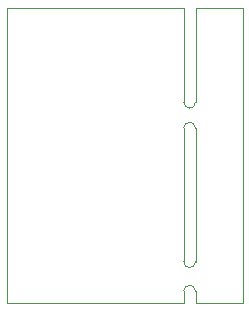
<source format=gbr>
%TF.GenerationSoftware,KiCad,Pcbnew,(5.99.0-10506-gb986797469)*%
%TF.CreationDate,2021-09-09T23:38:44+02:00*%
%TF.ProjectId,ESP31,45535033-312e-46b6-9963-61645f706362,rev?*%
%TF.SameCoordinates,Original*%
%TF.FileFunction,Profile,NP*%
%FSLAX46Y46*%
G04 Gerber Fmt 4.6, Leading zero omitted, Abs format (unit mm)*
G04 Created by KiCad (PCBNEW (5.99.0-10506-gb986797469)) date 2021-09-09 23:38:44*
%MOMM*%
%LPD*%
G01*
G04 APERTURE LIST*
%TA.AperFunction,Profile*%
%ADD10C,0.100000*%
%TD*%
G04 APERTURE END LIST*
D10*
X119000000Y-115000000D02*
X104000000Y-115000000D01*
X120000000Y-90000000D02*
X120000000Y-98000000D01*
X120000000Y-115000000D02*
X120000000Y-114000000D01*
X119000000Y-98000000D02*
X119000000Y-90000000D01*
X120000000Y-114000000D02*
G75*
G03*
X119000000Y-114000000I-500000J0D01*
G01*
X120000000Y-111500000D02*
G75*
G02*
X119000000Y-111500000I-500000J0D01*
G01*
X120000000Y-100200000D02*
X120000000Y-111500000D01*
X119000000Y-100200000D02*
G75*
G02*
X120000000Y-100200000I500000J0D01*
G01*
X104000000Y-90000000D02*
X119000000Y-90000000D01*
X104000000Y-115000000D02*
X104000000Y-90000000D01*
X119000000Y-98000000D02*
G75*
G03*
X120000000Y-98000000I500000J0D01*
G01*
X124000000Y-90000000D02*
X124000000Y-115000000D01*
X120000000Y-90000000D02*
X124000000Y-90000000D01*
X124000000Y-115000000D02*
X120000000Y-115000000D01*
X119000000Y-114000000D02*
X119000000Y-115000000D01*
X119000000Y-111500000D02*
X119000000Y-100200000D01*
M02*

</source>
